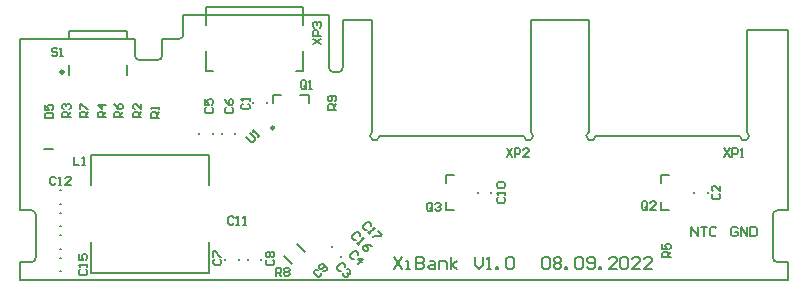
<source format=gto>
G04*
G04 #@! TF.GenerationSoftware,Altium Limited,Altium Designer,20.2.7 (254)*
G04*
G04 Layer_Color=65535*
%FSLAX43Y43*%
%MOMM*%
G71*
G04*
G04 #@! TF.SameCoordinates,2D86DA50-308A-4E10-9511-59D9385B8F58*
G04*
G04*
G04 #@! TF.FilePolarity,Positive*
G04*
G01*
G75*
%ADD10C,0.250*%
%ADD11C,0.300*%
%ADD12C,0.200*%
%ADD13C,0.152*%
%ADD14C,0.152*%
%ADD15C,0.150*%
D10*
X21476Y12883D02*
G03*
X21476Y12883I-125J0D01*
G01*
D11*
X3614Y17600D02*
G03*
X3614Y17600I-100J0D01*
G01*
D12*
X39875Y7350D02*
Y7450D01*
X38725Y7350D02*
Y7450D01*
X3350Y1875D02*
X3450D01*
X3350Y725D02*
X3450D01*
X2002Y11053D02*
X2752D01*
X36000Y5900D02*
X36700D01*
X36000D02*
Y6600D01*
Y8900D02*
X36700D01*
X36000Y8200D02*
Y8900D01*
X22316Y2023D02*
X23023Y1316D01*
X23377Y3084D02*
X24084Y2377D01*
X16000Y600D02*
Y3200D01*
X6000Y600D02*
X16000D01*
X6000D02*
Y3200D01*
X16000Y8000D02*
Y10600D01*
X6000D02*
X16000D01*
X6000Y8000D02*
Y10600D01*
X3350Y6425D02*
X3450D01*
X3350Y7575D02*
X3450D01*
X3350Y3775D02*
X3450D01*
X3350Y2625D02*
X3450D01*
X3350Y5675D02*
X3450D01*
X3350Y4525D02*
X3450D01*
X27171Y1958D02*
X27242Y2029D01*
X26358Y2771D02*
X26429Y2842D01*
X19225Y1650D02*
Y1750D01*
X20375Y1650D02*
Y1750D01*
X18475Y1650D02*
Y1750D01*
X17325Y1650D02*
Y1750D01*
X15125Y12350D02*
Y12450D01*
X16275Y12350D02*
Y12450D01*
X17025Y12350D02*
Y12450D01*
X18175Y12350D02*
Y12450D01*
X19725Y14950D02*
Y15050D01*
X20875Y14950D02*
Y15050D01*
X21400Y15000D02*
Y15700D01*
X22100D01*
X24400Y15000D02*
Y15700D01*
X23700D02*
X24400D01*
X57025Y7350D02*
Y7450D01*
X58175Y7350D02*
Y7450D01*
X54200Y8200D02*
Y8900D01*
X54900D01*
X54200Y5900D02*
Y6600D01*
Y5900D02*
X54900D01*
X31642Y1952D02*
X32308Y953D01*
Y1952D02*
X31642Y953D01*
X32641D02*
X32974D01*
X32808D01*
Y1619D01*
X32641D01*
X33474Y1952D02*
Y953D01*
X33974D01*
X34141Y1119D01*
Y1286D01*
X33974Y1453D01*
X33474D01*
X33974D01*
X34141Y1619D01*
Y1786D01*
X33974Y1952D01*
X33474D01*
X34641Y1619D02*
X34974D01*
X35140Y1453D01*
Y953D01*
X34641D01*
X34474Y1119D01*
X34641Y1286D01*
X35140D01*
X35474Y953D02*
Y1619D01*
X35974D01*
X36140Y1453D01*
Y953D01*
X36473D02*
Y1952D01*
Y1286D02*
X36973Y1619D01*
X36473Y1286D02*
X36973Y953D01*
X38473Y1952D02*
Y1286D01*
X38806Y953D01*
X39139Y1286D01*
Y1952D01*
X39472Y953D02*
X39806D01*
X39639D01*
Y1952D01*
X39472Y1786D01*
X40305Y953D02*
Y1119D01*
X40472D01*
Y953D01*
X40305D01*
X41139Y1786D02*
X41305Y1952D01*
X41638D01*
X41805Y1786D01*
Y1119D01*
X41638Y953D01*
X41305D01*
X41139Y1119D01*
Y1786D01*
X44138D02*
X44304Y1952D01*
X44637D01*
X44804Y1786D01*
Y1119D01*
X44637Y953D01*
X44304D01*
X44138Y1119D01*
Y1786D01*
X45137D02*
X45304Y1952D01*
X45637D01*
X45804Y1786D01*
Y1619D01*
X45637Y1453D01*
X45804Y1286D01*
Y1119D01*
X45637Y953D01*
X45304D01*
X45137Y1119D01*
Y1286D01*
X45304Y1453D01*
X45137Y1619D01*
Y1786D01*
X45304Y1453D02*
X45637D01*
X46137Y953D02*
Y1119D01*
X46304D01*
Y953D01*
X46137D01*
X46970Y1786D02*
X47137Y1952D01*
X47470D01*
X47636Y1786D01*
Y1119D01*
X47470Y953D01*
X47137D01*
X46970Y1119D01*
Y1786D01*
X47970Y1119D02*
X48136Y953D01*
X48470D01*
X48636Y1119D01*
Y1786D01*
X48470Y1952D01*
X48136D01*
X47970Y1786D01*
Y1619D01*
X48136Y1453D01*
X48636D01*
X48969Y953D02*
Y1119D01*
X49136D01*
Y953D01*
X48969D01*
X50469D02*
X49802D01*
X50469Y1619D01*
Y1786D01*
X50302Y1952D01*
X49969D01*
X49802Y1786D01*
X50802D02*
X50969Y1952D01*
X51302D01*
X51469Y1786D01*
Y1119D01*
X51302Y953D01*
X50969D01*
X50802Y1119D01*
Y1786D01*
X52468Y953D02*
X51802D01*
X52468Y1619D01*
Y1786D01*
X52302Y1952D01*
X51968D01*
X51802Y1786D01*
X53468Y953D02*
X52801D01*
X53468Y1619D01*
Y1786D01*
X53301Y1952D01*
X52968D01*
X52801Y1786D01*
X60733Y4366D02*
X60600Y4500D01*
X60333D01*
X60200Y4366D01*
Y3833D01*
X60333Y3700D01*
X60600D01*
X60733Y3833D01*
Y4100D01*
X60467D01*
X61000Y3700D02*
Y4500D01*
X61533Y3700D01*
Y4500D01*
X61799D02*
Y3700D01*
X62199D01*
X62333Y3833D01*
Y4366D01*
X62199Y4500D01*
X61799D01*
X56800Y3700D02*
Y4500D01*
X57333Y3700D01*
Y4500D01*
X57600D02*
X58133D01*
X57866D01*
Y3700D01*
X58933Y4366D02*
X58799Y4500D01*
X58533D01*
X58399Y4366D01*
Y3833D01*
X58533Y3700D01*
X58799D01*
X58933Y3833D01*
X900Y1500D02*
G03*
X1300Y1900I0J400D01*
G01*
X42600Y12200D02*
G03*
X43200Y12546I400J0D01*
G01*
X1300Y5500D02*
G03*
X900Y5900I-400J0D01*
G01*
X11600Y18600D02*
G03*
X12000Y19000I0J400D01*
G01*
X63700Y1900D02*
G03*
X64100Y1500I400J0D01*
G01*
Y5900D02*
G03*
X63700Y5500I0J-400D01*
G01*
X60900Y12200D02*
G03*
X61500Y12546I400J0D01*
G01*
X29800D02*
G03*
X30400Y12200I200J-346D01*
G01*
X26100Y18000D02*
G03*
X26500Y17600I400J0D01*
G01*
X48100Y12546D02*
G03*
X48700Y12200I200J-346D01*
G01*
X9700Y19000D02*
G03*
X10100Y18600I400J0D01*
G01*
X13400Y20400D02*
G03*
X13800Y20800I0J400D01*
G01*
X26900Y17600D02*
G03*
X27300Y18000I0J400D01*
G01*
X29800Y12546D02*
Y22000D01*
X27300D02*
X29800D01*
X61500Y12546D02*
Y21150D01*
X65000D01*
X64100Y5900D02*
X65000D01*
Y21150D01*
X0Y5900D02*
Y20400D01*
X65000Y0D02*
Y1500D01*
X26100Y18000D02*
Y22400D01*
X0Y0D02*
X65000D01*
X43200Y22000D02*
X48100D01*
X30400Y12200D02*
X42600D01*
X0Y20400D02*
X9700D01*
X12000D02*
X13400D01*
X0Y5900D02*
X900D01*
X12000Y19000D02*
Y20400D01*
X26500Y17600D02*
X26900D01*
X13800Y20800D02*
Y22400D01*
X63700Y1900D02*
Y5500D01*
X0Y0D02*
Y1500D01*
X48700Y12200D02*
X60900D01*
X0Y1500D02*
X900D01*
X48100Y12546D02*
Y22000D01*
X43200Y12546D02*
Y22000D01*
X9700Y19000D02*
Y20400D01*
X64100Y1500D02*
X65000D01*
X27300Y18000D02*
Y22000D01*
X1300Y1900D02*
Y5500D01*
X10100Y18600D02*
X11600D01*
X13800Y22400D02*
X26100D01*
D13*
X15700Y21620D02*
Y23100D01*
Y17650D02*
Y19380D01*
X23900Y17650D02*
Y19380D01*
Y21620D02*
Y23100D01*
D14*
X15700Y17650D02*
X16300D01*
X15700Y23100D02*
X23900D01*
X23300Y17650D02*
X23900D01*
X9051Y20538D02*
Y21082D01*
X4149D02*
X9051D01*
X4149Y20538D02*
Y21082D01*
Y17323D02*
Y18183D01*
X9051Y17323D02*
Y18183D01*
D15*
X3100Y19533D02*
X2983Y19650D01*
X2750D01*
X2633Y19533D01*
Y19417D01*
X2750Y19300D01*
X2983D01*
X3100Y19183D01*
Y19067D01*
X2983Y18950D01*
X2750D01*
X2633Y19067D01*
X3333Y18950D02*
X3567D01*
X3450D01*
Y19650D01*
X3333Y19533D01*
X41167Y11150D02*
X41633Y10450D01*
Y11150D02*
X41167Y10450D01*
X41867D02*
Y11150D01*
X42217D01*
X42333Y11033D01*
Y10800D01*
X42217Y10683D01*
X41867D01*
X43033Y10450D02*
X42567D01*
X43033Y10917D01*
Y11033D01*
X42916Y11150D01*
X42683D01*
X42567Y11033D01*
X4533Y10450D02*
Y9750D01*
X5000D01*
X5233D02*
X5467D01*
X5350D01*
Y10450D01*
X5233Y10333D01*
X24750Y19967D02*
X25450Y20433D01*
X24750D02*
X25450Y19967D01*
Y20667D02*
X24750D01*
Y21017D01*
X24867Y21133D01*
X25100D01*
X25217Y21017D01*
Y20667D01*
X24867Y21367D02*
X24750Y21483D01*
Y21716D01*
X24867Y21833D01*
X24983D01*
X25100Y21716D01*
Y21600D01*
Y21716D01*
X25217Y21833D01*
X25333D01*
X25450Y21716D01*
Y21483D01*
X25333Y21367D01*
X19123Y12118D02*
X19535Y11705D01*
X19700D01*
X19865Y11870D01*
Y12035D01*
X19453Y12447D01*
X20112Y12118D02*
X20277Y12282D01*
X20195Y12200D01*
X19700Y12695D01*
Y12530D01*
X26750Y14417D02*
X26050D01*
Y14767D01*
X26167Y14883D01*
X26400D01*
X26517Y14767D01*
Y14417D01*
Y14650D02*
X26750Y14883D01*
X26633Y15117D02*
X26750Y15233D01*
Y15467D01*
X26633Y15583D01*
X26167D01*
X26050Y15467D01*
Y15233D01*
X26167Y15117D01*
X26283D01*
X26400Y15233D01*
Y15583D01*
X21617Y350D02*
Y1050D01*
X21967D01*
X22083Y933D01*
Y700D01*
X21967Y583D01*
X21617D01*
X21850D02*
X22083Y350D01*
X22317Y933D02*
X22433Y1050D01*
X22667D01*
X22783Y933D01*
Y817D01*
X22667Y700D01*
X22783Y583D01*
Y467D01*
X22667Y350D01*
X22433D01*
X22317Y467D01*
Y583D01*
X22433Y700D01*
X22317Y817D01*
Y933D01*
X22433Y700D02*
X22667D01*
X5743Y13762D02*
X5043D01*
Y14112D01*
X5160Y14229D01*
X5393D01*
X5510Y14112D01*
Y13762D01*
Y13995D02*
X5743Y14229D01*
X5043Y14462D02*
Y14928D01*
X5160D01*
X5626Y14462D01*
X5743D01*
X8643Y13762D02*
X7943D01*
Y14112D01*
X8060Y14229D01*
X8293D01*
X8410Y14112D01*
Y13762D01*
Y13995D02*
X8643Y14229D01*
X7943Y14928D02*
X8060Y14695D01*
X8293Y14462D01*
X8526D01*
X8643Y14578D01*
Y14812D01*
X8526Y14928D01*
X8410D01*
X8293Y14812D01*
Y14462D01*
X55050Y1917D02*
X54350D01*
Y2267D01*
X54467Y2383D01*
X54700D01*
X54817Y2267D01*
Y1917D01*
Y2150D02*
X55050Y2383D01*
X54350Y3083D02*
Y2617D01*
X54700D01*
X54583Y2850D01*
Y2967D01*
X54700Y3083D01*
X54933D01*
X55050Y2967D01*
Y2733D01*
X54933Y2617D01*
X7243Y13762D02*
X6543D01*
Y14112D01*
X6660Y14229D01*
X6893D01*
X7010Y14112D01*
Y13762D01*
Y13995D02*
X7243Y14229D01*
Y14812D02*
X6543D01*
X6893Y14462D01*
Y14928D01*
X4243Y13762D02*
X3543D01*
Y14112D01*
X3660Y14229D01*
X3893D01*
X4010Y14112D01*
Y13762D01*
Y13995D02*
X4243Y14229D01*
X3660Y14462D02*
X3543Y14578D01*
Y14812D01*
X3660Y14928D01*
X3776D01*
X3893Y14812D01*
Y14695D01*
Y14812D01*
X4010Y14928D01*
X4126D01*
X4243Y14812D01*
Y14578D01*
X4126Y14462D01*
X10243Y13762D02*
X9543D01*
Y14112D01*
X9660Y14229D01*
X9893D01*
X10010Y14112D01*
Y13762D01*
Y13995D02*
X10243Y14229D01*
Y14928D02*
Y14462D01*
X9776Y14928D01*
X9660D01*
X9543Y14812D01*
Y14578D01*
X9660Y14462D01*
X11763Y13741D02*
X11063D01*
Y14090D01*
X11180Y14207D01*
X11413D01*
X11529Y14090D01*
Y13741D01*
Y13974D02*
X11763Y14207D01*
Y14440D02*
Y14674D01*
Y14557D01*
X11063D01*
X11180Y14440D01*
X34883Y5967D02*
Y6433D01*
X34767Y6550D01*
X34533D01*
X34417Y6433D01*
Y5967D01*
X34533Y5850D01*
X34767D01*
X34650Y6083D02*
X34883Y5850D01*
X34767D02*
X34883Y5967D01*
X35117Y6433D02*
X35233Y6550D01*
X35467D01*
X35583Y6433D01*
Y6317D01*
X35467Y6200D01*
X35350D01*
X35467D01*
X35583Y6083D01*
Y5967D01*
X35467Y5850D01*
X35233D01*
X35117Y5967D01*
X53083Y6067D02*
Y6533D01*
X52967Y6650D01*
X52733D01*
X52617Y6533D01*
Y6067D01*
X52733Y5950D01*
X52967D01*
X52850Y6183D02*
X53083Y5950D01*
X52967D02*
X53083Y6067D01*
X53783Y5950D02*
X53317D01*
X53783Y6417D01*
Y6533D01*
X53667Y6650D01*
X53433D01*
X53317Y6533D01*
X24201Y16311D02*
Y16778D01*
X24084Y16894D01*
X23851D01*
X23734Y16778D01*
Y16311D01*
X23851Y16194D01*
X24084D01*
X23967Y16428D02*
X24201Y16194D01*
X24084D02*
X24201Y16311D01*
X24434Y16194D02*
X24667D01*
X24551D01*
Y16894D01*
X24434Y16778D01*
X59584Y11150D02*
X60050Y10450D01*
Y11150D02*
X59584Y10450D01*
X60283D02*
Y11150D01*
X60633D01*
X60750Y11033D01*
Y10800D01*
X60633Y10683D01*
X60283D01*
X60983Y10450D02*
X61216D01*
X61100D01*
Y11150D01*
X60983Y11033D01*
X2051Y13682D02*
X2751D01*
Y14032D01*
X2634Y14148D01*
X2168D01*
X2051Y14032D01*
Y13682D01*
Y14848D02*
Y14382D01*
X2401D01*
X2285Y14615D01*
Y14732D01*
X2401Y14848D01*
X2634D01*
X2751Y14732D01*
Y14498D01*
X2634Y14382D01*
X29648Y4600D02*
Y4765D01*
X29483Y4930D01*
X29318D01*
X28988Y4600D01*
Y4435D01*
X29153Y4270D01*
X29318D01*
X29400Y4022D02*
X29565Y3857D01*
X29483Y3940D01*
X29978Y4435D01*
X29813D01*
X30307Y4105D02*
X30637Y3775D01*
X30555Y3692D01*
X29895D01*
X29813Y3610D01*
X28748Y3700D02*
Y3865D01*
X28583Y4030D01*
X28418D01*
X28088Y3700D01*
Y3535D01*
X28253Y3370D01*
X28418D01*
X28500Y3122D02*
X28665Y2957D01*
X28583Y3040D01*
X29078Y3535D01*
X28913D01*
X29737Y2875D02*
X29490Y2957D01*
X29160D01*
X28995Y2792D01*
Y2628D01*
X29160Y2463D01*
X29325D01*
X29407Y2545D01*
Y2710D01*
X29160Y2957D01*
X5067Y892D02*
X4950Y775D01*
Y542D01*
X5067Y425D01*
X5533D01*
X5650Y542D01*
Y775D01*
X5533Y892D01*
X5650Y1125D02*
Y1358D01*
Y1242D01*
X4950D01*
X5067Y1125D01*
X4950Y2175D02*
Y1708D01*
X5300D01*
X5183Y1941D01*
Y2058D01*
X5300Y2175D01*
X5533D01*
X5650Y2058D01*
Y1825D01*
X5533Y1708D01*
X2992Y8633D02*
X2875Y8750D01*
X2642D01*
X2525Y8633D01*
Y8167D01*
X2642Y8050D01*
X2875D01*
X2992Y8167D01*
X3225Y8050D02*
X3458D01*
X3342D01*
Y8750D01*
X3225Y8633D01*
X4275Y8050D02*
X3808D01*
X4275Y8517D01*
Y8633D01*
X4158Y8750D01*
X3925D01*
X3808Y8633D01*
X18054Y5258D02*
X17938Y5375D01*
X17704D01*
X17588Y5258D01*
Y4792D01*
X17704Y4675D01*
X17938D01*
X18054Y4792D01*
X18288Y4675D02*
X18521D01*
X18404D01*
Y5375D01*
X18288Y5258D01*
X18871Y4675D02*
X19104D01*
X18987D01*
Y5375D01*
X18871Y5258D01*
X40467Y6992D02*
X40350Y6875D01*
Y6642D01*
X40467Y6525D01*
X40933D01*
X41050Y6642D01*
Y6875D01*
X40933Y6992D01*
X41050Y7225D02*
Y7458D01*
Y7342D01*
X40350D01*
X40467Y7225D01*
Y7808D02*
X40350Y7925D01*
Y8158D01*
X40467Y8275D01*
X40933D01*
X41050Y8158D01*
Y7925D01*
X40933Y7808D01*
X40467D01*
X25153Y882D02*
X24988D01*
X24823Y718D01*
Y553D01*
X25153Y223D01*
X25318D01*
X25482Y388D01*
Y553D01*
X25647Y718D02*
X25812D01*
X25977Y882D01*
Y1047D01*
X25647Y1377D01*
X25482D01*
X25318Y1212D01*
Y1047D01*
X25400Y965D01*
X25565D01*
X25812Y1212D01*
X20916Y1701D02*
X20800Y1584D01*
Y1351D01*
X20916Y1234D01*
X21383D01*
X21500Y1351D01*
Y1584D01*
X21383Y1701D01*
X20916Y1934D02*
X20800Y2050D01*
Y2284D01*
X20916Y2400D01*
X21033D01*
X21150Y2284D01*
X21266Y2400D01*
X21383D01*
X21500Y2284D01*
Y2050D01*
X21383Y1934D01*
X21266D01*
X21150Y2050D01*
X21033Y1934D01*
X20916D01*
X21150Y2050D02*
Y2284D01*
X16436Y1750D02*
X16319Y1633D01*
Y1400D01*
X16436Y1283D01*
X16902D01*
X17019Y1400D01*
Y1633D01*
X16902Y1750D01*
X16319Y1983D02*
Y2449D01*
X16436D01*
X16902Y1983D01*
X17019D01*
X17416Y14601D02*
X17300Y14484D01*
Y14251D01*
X17416Y14134D01*
X17883D01*
X18000Y14251D01*
Y14484D01*
X17883Y14601D01*
X17300Y15300D02*
X17416Y15067D01*
X17650Y14834D01*
X17883D01*
X18000Y14950D01*
Y15184D01*
X17883Y15300D01*
X17766D01*
X17650Y15184D01*
Y14834D01*
X15716Y14601D02*
X15600Y14484D01*
Y14251D01*
X15716Y14134D01*
X16183D01*
X16300Y14251D01*
Y14484D01*
X16183Y14601D01*
X15600Y15300D02*
Y14834D01*
X15950D01*
X15833Y15067D01*
Y15184D01*
X15950Y15300D01*
X16183D01*
X16300Y15184D01*
Y14950D01*
X16183Y14834D01*
X28548Y2143D02*
Y2308D01*
X28383Y2472D01*
X28218D01*
X27888Y2143D01*
Y1978D01*
X28053Y1813D01*
X28218D01*
X28548Y1318D02*
X29043Y1813D01*
X28548D01*
X28878Y1483D01*
X27448Y1068D02*
Y1233D01*
X27283Y1397D01*
X27118D01*
X26788Y1068D01*
Y903D01*
X26953Y738D01*
X27118D01*
X27613Y903D02*
X27778D01*
X27943Y738D01*
Y573D01*
X27861Y490D01*
X27696D01*
X27613Y573D01*
X27696Y490D01*
Y325D01*
X27613Y243D01*
X27448D01*
X27283Y408D01*
Y573D01*
X58667Y7283D02*
X58550Y7167D01*
Y6933D01*
X58667Y6817D01*
X59133D01*
X59250Y6933D01*
Y7167D01*
X59133Y7283D01*
X59250Y7983D02*
Y7517D01*
X58783Y7983D01*
X58667D01*
X58550Y7867D01*
Y7633D01*
X58667Y7517D01*
X18816Y14934D02*
X18700Y14817D01*
Y14584D01*
X18816Y14467D01*
X19283D01*
X19400Y14584D01*
Y14817D01*
X19283Y14934D01*
X19400Y15167D02*
Y15400D01*
Y15284D01*
X18700D01*
X18816Y15167D01*
M02*

</source>
